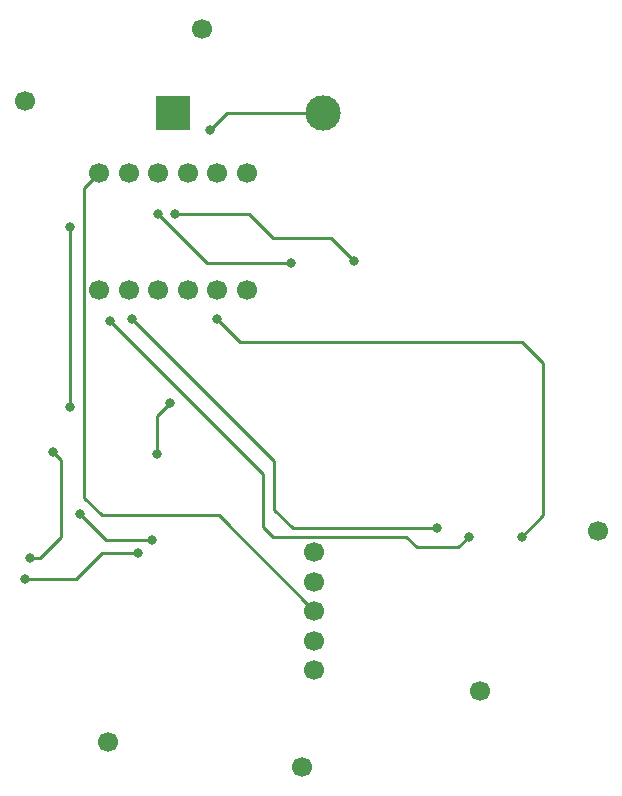
<source format=gbl>
%TF.GenerationSoftware,KiCad,Pcbnew,7.0.1*%
%TF.CreationDate,2023-05-06T14:01:27-04:00*%
%TF.ProjectId,digital_compass,64696769-7461-46c5-9f63-6f6d70617373,rev?*%
%TF.SameCoordinates,Original*%
%TF.FileFunction,Copper,L2,Bot*%
%TF.FilePolarity,Positive*%
%FSLAX46Y46*%
G04 Gerber Fmt 4.6, Leading zero omitted, Abs format (unit mm)*
G04 Created by KiCad (PCBNEW 7.0.1) date 2023-05-06 14:01:27*
%MOMM*%
%LPD*%
G01*
G04 APERTURE LIST*
%TA.AperFunction,ComponentPad*%
%ADD10C,1.700000*%
%TD*%
%TA.AperFunction,ComponentPad*%
%ADD11R,3.000000X3.000000*%
%TD*%
%TA.AperFunction,ComponentPad*%
%ADD12C,3.000000*%
%TD*%
%TA.AperFunction,ViaPad*%
%ADD13C,0.800000*%
%TD*%
%TA.AperFunction,Conductor*%
%ADD14C,0.250000*%
%TD*%
G04 APERTURE END LIST*
D10*
%TO.P,U4,1,VCC*%
%TO.N,Net-(SW1-A)*%
X105500000Y-123000000D03*
%TO.P,U4,2,GND*%
%TO.N,GND*%
X105500000Y-120500000D03*
%TO.P,U4,3,SCL*%
%TO.N,Net-(U3-HV1)*%
X105500000Y-118000000D03*
%TO.P,U4,4,SDA*%
%TO.N,Net-(U3-HV2)*%
X105500000Y-115500000D03*
%TO.P,U4,5,DRDY*%
%TO.N,unconnected-(U4-DRDY-Pad5)*%
X105500000Y-113000000D03*
%TD*%
%TO.P,U3,1,LV1*%
%TO.N,Net-(U2-PA9_A5_D5_SCL)*%
X87300000Y-90800000D03*
%TO.P,U3,2,LV2*%
%TO.N,Net-(U2-PA8_A4_D4_SDA)*%
X89800000Y-90800000D03*
%TO.P,U3,3,LV*%
%TO.N,Net-(U2-3V3)*%
X92300000Y-90800000D03*
%TO.P,U3,4,GND*%
%TO.N,GND*%
X94800000Y-90800000D03*
%TO.P,U3,5,LV3*%
%TO.N,Net-(U2-PB08_A6_D6_TX)*%
X97300000Y-90800000D03*
%TO.P,U3,6,LV4*%
%TO.N,unconnected-(U3-LV4-Pad6)*%
X99800000Y-90800000D03*
%TO.P,U3,7,HV4*%
%TO.N,unconnected-(U3-HV4-Pad7)*%
X99800000Y-80900000D03*
%TO.P,U3,8,HV3*%
%TO.N,Net-(U3-HV3)*%
X97300000Y-80900000D03*
%TO.P,U3,9,GND*%
%TO.N,GND*%
X94800000Y-80900000D03*
%TO.P,U3,10,HV*%
%TO.N,Net-(SW1-A)*%
X92300000Y-80900000D03*
%TO.P,U3,11,HV2*%
%TO.N,Net-(U3-HV2)*%
X89800000Y-80900000D03*
%TO.P,U3,12,HV1*%
%TO.N,Net-(U3-HV1)*%
X87300000Y-80900000D03*
%TD*%
%TO.P,U5,1,PWR1*%
%TO.N,Net-(SW1-A)*%
X88000000Y-129100000D03*
%TO.P,U5,2,PWR2*%
X104500000Y-131200000D03*
%TO.P,U5,3,Din*%
%TO.N,Net-(U5-Din)*%
X96000000Y-68700000D03*
%TO.P,U5,4,Dout*%
%TO.N,unconnected-(U5-Dout-Pad4)*%
X81000000Y-74800000D03*
%TO.P,U5,5,GND1*%
%TO.N,GND*%
X119500000Y-124800000D03*
%TO.P,U5,6,GND2*%
X129500000Y-111200000D03*
%TD*%
D11*
%TO.P,BT1,1,+*%
%TO.N,+9V*%
X93550000Y-75850000D03*
D12*
%TO.P,BT1,2,-*%
%TO.N,GND*%
X106250000Y-75850000D03*
%TD*%
D13*
%TO.N,Net-(SW1-A)*%
X93300000Y-100400000D03*
X92200000Y-104700000D03*
X85700000Y-109800000D03*
X91800000Y-112000000D03*
%TO.N,Net-(U3-HV2)*%
X84800000Y-85500000D03*
X84800000Y-100700000D03*
%TO.N,GND*%
X96700000Y-77300000D03*
%TO.N,Net-(U2-PA8_A4_D4_SDA)*%
X115900000Y-110975500D03*
X90100000Y-93300000D03*
%TO.N,Net-(U2-PA9_A5_D5_SCL)*%
X88200000Y-93400000D03*
X118600000Y-111700000D03*
%TO.N,Net-(U2-PB08_A6_D6_TX)*%
X123100000Y-111700000D03*
X97300000Y-93300000D03*
%TO.N,Net-(U2-3V3)*%
X108900000Y-88400000D03*
X93700000Y-84400000D03*
%TO.N,Net-(SW1-A)*%
X92300000Y-84400000D03*
X103500000Y-88500000D03*
%TO.N,Net-(SW1-B)*%
X90600000Y-113100000D03*
X81000000Y-115300000D03*
X81400000Y-113500000D03*
X83400000Y-104500000D03*
%TD*%
D14*
%TO.N,Net-(SW1-A)*%
X92200000Y-101500000D02*
X93300000Y-100400000D01*
X92200000Y-104700000D02*
X92200000Y-101500000D01*
X87900000Y-112000000D02*
X85700000Y-109800000D01*
X91800000Y-112000000D02*
X87900000Y-112000000D01*
%TO.N,Net-(U3-HV2)*%
X84800000Y-100700000D02*
X84800000Y-85500000D01*
%TO.N,Net-(U3-HV1)*%
X87300000Y-80900000D02*
X86000000Y-82200000D01*
X86000000Y-82200000D02*
X86000000Y-108400000D01*
X86000000Y-108400000D02*
X87500000Y-109900000D01*
X87500000Y-109900000D02*
X97400000Y-109900000D01*
X97400000Y-109900000D02*
X105500000Y-118000000D01*
%TO.N,GND*%
X106250000Y-75850000D02*
X98150000Y-75850000D01*
X98150000Y-75850000D02*
X96700000Y-77300000D01*
%TO.N,Net-(U2-PA8_A4_D4_SDA)*%
X102100000Y-109400000D02*
X103675500Y-110975500D01*
X90100000Y-93300000D02*
X102100000Y-105300000D01*
X103675500Y-110975500D02*
X115900000Y-110975500D01*
X102100000Y-105300000D02*
X102100000Y-109400000D01*
%TO.N,Net-(U2-PA9_A5_D5_SCL)*%
X117700000Y-112600000D02*
X118600000Y-111700000D01*
X101200000Y-106400000D02*
X101200000Y-110900000D01*
X114200000Y-112600000D02*
X117700000Y-112600000D01*
X101200000Y-110900000D02*
X102000000Y-111700000D01*
X113300000Y-111700000D02*
X114200000Y-112600000D01*
X88200000Y-93400000D02*
X101200000Y-106400000D01*
X102000000Y-111700000D02*
X113300000Y-111700000D01*
%TO.N,Net-(U2-PB08_A6_D6_TX)*%
X124900000Y-109900000D02*
X123100000Y-111700000D01*
X124900000Y-97000000D02*
X124900000Y-108400000D01*
X123100000Y-95200000D02*
X124900000Y-97000000D01*
X124900000Y-108400000D02*
X124900000Y-109900000D01*
X97300000Y-93300000D02*
X99200000Y-95200000D01*
X99200000Y-95200000D02*
X123100000Y-95200000D01*
%TO.N,Net-(U2-3V3)*%
X100000000Y-84400000D02*
X102000000Y-86400000D01*
X102000000Y-86400000D02*
X106900000Y-86400000D01*
X106900000Y-86400000D02*
X108900000Y-88400000D01*
X93700000Y-84400000D02*
X100000000Y-84400000D01*
%TO.N,Net-(SW1-A)*%
X92300000Y-84400000D02*
X96400000Y-88500000D01*
X96400000Y-88500000D02*
X103500000Y-88500000D01*
%TO.N,Net-(SW1-B)*%
X81000000Y-115300000D02*
X85300000Y-115300000D01*
X84100000Y-105200000D02*
X84100000Y-111700000D01*
X82300000Y-113500000D02*
X81400000Y-113500000D01*
X87500000Y-113100000D02*
X90600000Y-113100000D01*
X84100000Y-111700000D02*
X82300000Y-113500000D01*
X85300000Y-115300000D02*
X87500000Y-113100000D01*
X83400000Y-104500000D02*
X84100000Y-105200000D01*
%TD*%
M02*

</source>
